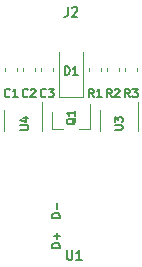
<source format=gto>
G04 #@! TF.GenerationSoftware,KiCad,Pcbnew,5.1.4+dfsg1-1*
G04 #@! TF.CreationDate,2020-04-01T11:30:31+02:00*
G04 #@! TF.ProjectId,nrfmicro,6e72666d-6963-4726-9f2e-6b696361645f,rev?*
G04 #@! TF.SameCoordinates,Original*
G04 #@! TF.FileFunction,Legend,Top*
G04 #@! TF.FilePolarity,Positive*
%FSLAX46Y46*%
G04 Gerber Fmt 4.6, Leading zero omitted, Abs format (unit mm)*
G04 Created by KiCad (PCBNEW 5.1.4+dfsg1-1) date 2020-04-01 11:30:31*
%MOMM*%
%LPD*%
G04 APERTURE LIST*
%ADD10C,0.120000*%
%ADD11C,0.150000*%
G04 APERTURE END LIST*
D10*
X102280000Y-117087779D02*
X102280000Y-116762221D01*
X101260000Y-117087779D02*
X101260000Y-116762221D01*
X100756000Y-117087779D02*
X100756000Y-116762221D01*
X99736000Y-117087779D02*
X99736000Y-116762221D01*
X98211500Y-116762221D02*
X98211500Y-117087779D01*
X99231500Y-116762221D02*
X99231500Y-117087779D01*
X106344000Y-116762221D02*
X106344000Y-117087779D01*
X105324000Y-116762221D02*
X105324000Y-117087779D01*
X108372000Y-116762221D02*
X108372000Y-117087779D01*
X109392000Y-116762221D02*
X109392000Y-117087779D01*
X107868000Y-116762221D02*
X107868000Y-117087779D01*
X106848000Y-116762221D02*
X106848000Y-117087779D01*
X102222000Y-122003000D02*
X103152000Y-122003000D01*
X105382000Y-122003000D02*
X104452000Y-122003000D01*
X105382000Y-122003000D02*
X105382000Y-119843000D01*
X102222000Y-122003000D02*
X102222000Y-120543000D01*
X102802000Y-119255000D02*
X104802000Y-119255000D01*
X104802000Y-119255000D02*
X104802000Y-115405000D01*
X102802000Y-119255000D02*
X102802000Y-115405000D01*
X109476000Y-122143000D02*
X109476000Y-119693000D01*
X106256000Y-120343000D02*
X106256000Y-122143000D01*
X98127500Y-120343000D02*
X98127500Y-122143000D01*
X101347500Y-122143000D02*
X101347500Y-119693000D01*
D11*
X102848199Y-129479441D02*
X102148199Y-129479441D01*
X102148199Y-129312775D01*
X102181533Y-129212775D01*
X102248199Y-129146108D01*
X102314866Y-129112775D01*
X102448199Y-129079441D01*
X102548199Y-129079441D01*
X102681533Y-129112775D01*
X102748199Y-129146108D01*
X102814866Y-129212775D01*
X102848199Y-129312775D01*
X102848199Y-129479441D01*
X102581533Y-128779441D02*
X102581533Y-128246108D01*
X102848199Y-132019441D02*
X102148199Y-132019441D01*
X102148199Y-131852775D01*
X102181533Y-131752775D01*
X102248199Y-131686108D01*
X102314866Y-131652775D01*
X102448199Y-131619441D01*
X102548199Y-131619441D01*
X102681533Y-131652775D01*
X102748199Y-131686108D01*
X102814866Y-131752775D01*
X102848199Y-131852775D01*
X102848199Y-132019441D01*
X102581533Y-131319441D02*
X102581533Y-130786108D01*
X102848199Y-131052775D02*
X102314866Y-131052775D01*
X103535333Y-111660904D02*
X103535333Y-112232333D01*
X103497238Y-112346619D01*
X103421047Y-112422809D01*
X103306761Y-112460904D01*
X103230571Y-112460904D01*
X103878190Y-111737095D02*
X103916285Y-111699000D01*
X103992476Y-111660904D01*
X104182952Y-111660904D01*
X104259142Y-111699000D01*
X104297238Y-111737095D01*
X104335333Y-111813285D01*
X104335333Y-111889476D01*
X104297238Y-112003761D01*
X103840095Y-112460904D01*
X104335333Y-112460904D01*
X101653333Y-119181775D02*
X101620000Y-119215108D01*
X101520000Y-119248441D01*
X101453333Y-119248441D01*
X101353333Y-119215108D01*
X101286666Y-119148441D01*
X101253333Y-119081775D01*
X101220000Y-118948441D01*
X101220000Y-118848441D01*
X101253333Y-118715108D01*
X101286666Y-118648441D01*
X101353333Y-118581775D01*
X101453333Y-118548441D01*
X101520000Y-118548441D01*
X101620000Y-118581775D01*
X101653333Y-118615108D01*
X101886666Y-118548441D02*
X102320000Y-118548441D01*
X102086666Y-118815108D01*
X102186666Y-118815108D01*
X102253333Y-118848441D01*
X102286666Y-118881775D01*
X102320000Y-118948441D01*
X102320000Y-119115108D01*
X102286666Y-119181775D01*
X102253333Y-119215108D01*
X102186666Y-119248441D01*
X101986666Y-119248441D01*
X101920000Y-119215108D01*
X101886666Y-119181775D01*
X100128866Y-119206775D02*
X100095533Y-119240108D01*
X99995533Y-119273441D01*
X99928866Y-119273441D01*
X99828866Y-119240108D01*
X99762199Y-119173441D01*
X99728866Y-119106775D01*
X99695533Y-118973441D01*
X99695533Y-118873441D01*
X99728866Y-118740108D01*
X99762199Y-118673441D01*
X99828866Y-118606775D01*
X99928866Y-118573441D01*
X99995533Y-118573441D01*
X100095533Y-118606775D01*
X100128866Y-118640108D01*
X100395533Y-118640108D02*
X100428866Y-118606775D01*
X100495533Y-118573441D01*
X100662199Y-118573441D01*
X100728866Y-118606775D01*
X100762199Y-118640108D01*
X100795533Y-118706775D01*
X100795533Y-118773441D01*
X100762199Y-118873441D01*
X100362199Y-119273441D01*
X100795533Y-119273441D01*
X98604366Y-119206775D02*
X98571033Y-119240108D01*
X98471033Y-119273441D01*
X98404366Y-119273441D01*
X98304366Y-119240108D01*
X98237699Y-119173441D01*
X98204366Y-119106775D01*
X98171033Y-118973441D01*
X98171033Y-118873441D01*
X98204366Y-118740108D01*
X98237699Y-118673441D01*
X98304366Y-118606775D01*
X98404366Y-118573441D01*
X98471033Y-118573441D01*
X98571033Y-118606775D01*
X98604366Y-118640108D01*
X99271033Y-119273441D02*
X98871033Y-119273441D01*
X99071033Y-119273441D02*
X99071033Y-118573441D01*
X99004366Y-118673441D01*
X98937699Y-118740108D01*
X98871033Y-118773441D01*
X103446009Y-132234679D02*
X103446009Y-132882298D01*
X103484104Y-132958489D01*
X103522199Y-132996584D01*
X103598390Y-133034679D01*
X103750771Y-133034679D01*
X103826961Y-132996584D01*
X103865056Y-132958489D01*
X103903152Y-132882298D01*
X103903152Y-132234679D01*
X104703152Y-133034679D02*
X104246009Y-133034679D01*
X104474580Y-133034679D02*
X104474580Y-132234679D01*
X104398390Y-132348965D01*
X104322199Y-132425155D01*
X104246009Y-132463251D01*
X105716866Y-119273441D02*
X105483533Y-118940108D01*
X105316866Y-119273441D02*
X105316866Y-118573441D01*
X105583533Y-118573441D01*
X105650199Y-118606775D01*
X105683533Y-118640108D01*
X105716866Y-118706775D01*
X105716866Y-118806775D01*
X105683533Y-118873441D01*
X105650199Y-118906775D01*
X105583533Y-118940108D01*
X105316866Y-118940108D01*
X106383533Y-119273441D02*
X105983533Y-119273441D01*
X106183533Y-119273441D02*
X106183533Y-118573441D01*
X106116866Y-118673441D01*
X106050199Y-118740108D01*
X105983533Y-118773441D01*
X108764866Y-119273441D02*
X108531533Y-118940108D01*
X108364866Y-119273441D02*
X108364866Y-118573441D01*
X108631533Y-118573441D01*
X108698199Y-118606775D01*
X108731533Y-118640108D01*
X108764866Y-118706775D01*
X108764866Y-118806775D01*
X108731533Y-118873441D01*
X108698199Y-118906775D01*
X108631533Y-118940108D01*
X108364866Y-118940108D01*
X108998199Y-118573441D02*
X109431533Y-118573441D01*
X109198199Y-118840108D01*
X109298199Y-118840108D01*
X109364866Y-118873441D01*
X109398199Y-118906775D01*
X109431533Y-118973441D01*
X109431533Y-119140108D01*
X109398199Y-119206775D01*
X109364866Y-119240108D01*
X109298199Y-119273441D01*
X109098199Y-119273441D01*
X109031533Y-119240108D01*
X108998199Y-119206775D01*
X107240866Y-119273441D02*
X107007533Y-118940108D01*
X106840866Y-119273441D02*
X106840866Y-118573441D01*
X107107533Y-118573441D01*
X107174199Y-118606775D01*
X107207533Y-118640108D01*
X107240866Y-118706775D01*
X107240866Y-118806775D01*
X107207533Y-118873441D01*
X107174199Y-118906775D01*
X107107533Y-118940108D01*
X106840866Y-118940108D01*
X107507533Y-118640108D02*
X107540866Y-118606775D01*
X107607533Y-118573441D01*
X107774199Y-118573441D01*
X107840866Y-118606775D01*
X107874199Y-118640108D01*
X107907533Y-118706775D01*
X107907533Y-118773441D01*
X107874199Y-118873441D01*
X107474199Y-119273441D01*
X107907533Y-119273441D01*
X104184866Y-121055441D02*
X104151533Y-121122108D01*
X104084866Y-121188775D01*
X103984866Y-121288775D01*
X103951533Y-121355441D01*
X103951533Y-121422108D01*
X104118199Y-121388775D02*
X104084866Y-121455441D01*
X104018199Y-121522108D01*
X103884866Y-121555441D01*
X103651533Y-121555441D01*
X103518199Y-121522108D01*
X103451533Y-121455441D01*
X103418199Y-121388775D01*
X103418199Y-121255441D01*
X103451533Y-121188775D01*
X103518199Y-121122108D01*
X103651533Y-121088775D01*
X103884866Y-121088775D01*
X104018199Y-121122108D01*
X104084866Y-121188775D01*
X104118199Y-121255441D01*
X104118199Y-121388775D01*
X104118199Y-120422108D02*
X104118199Y-120822108D01*
X104118199Y-120622108D02*
X103418199Y-120622108D01*
X103518199Y-120688775D01*
X103584866Y-120755441D01*
X103618199Y-120822108D01*
X103285333Y-117371666D02*
X103285333Y-116671666D01*
X103452000Y-116671666D01*
X103552000Y-116705000D01*
X103618666Y-116771666D01*
X103652000Y-116838333D01*
X103685333Y-116971666D01*
X103685333Y-117071666D01*
X103652000Y-117205000D01*
X103618666Y-117271666D01*
X103552000Y-117338333D01*
X103452000Y-117371666D01*
X103285333Y-117371666D01*
X104352000Y-117371666D02*
X103952000Y-117371666D01*
X104152000Y-117371666D02*
X104152000Y-116671666D01*
X104085333Y-116771666D01*
X104018666Y-116838333D01*
X103952000Y-116871666D01*
X107482199Y-122030108D02*
X108048866Y-122030108D01*
X108115533Y-121996775D01*
X108148866Y-121963441D01*
X108182199Y-121896775D01*
X108182199Y-121763441D01*
X108148866Y-121696775D01*
X108115533Y-121663441D01*
X108048866Y-121630108D01*
X107482199Y-121630108D01*
X107482199Y-121363441D02*
X107482199Y-120930108D01*
X107748866Y-121163441D01*
X107748866Y-121063441D01*
X107782199Y-120996775D01*
X107815533Y-120963441D01*
X107882199Y-120930108D01*
X108048866Y-120930108D01*
X108115533Y-120963441D01*
X108148866Y-120996775D01*
X108182199Y-121063441D01*
X108182199Y-121263441D01*
X108148866Y-121330108D01*
X108115533Y-121363441D01*
X99481166Y-122030108D02*
X100047833Y-122030108D01*
X100114500Y-121996775D01*
X100147833Y-121963441D01*
X100181166Y-121896775D01*
X100181166Y-121763441D01*
X100147833Y-121696775D01*
X100114500Y-121663441D01*
X100047833Y-121630108D01*
X99481166Y-121630108D01*
X99714500Y-120996775D02*
X100181166Y-120996775D01*
X99447833Y-121163441D02*
X99947833Y-121330108D01*
X99947833Y-120896775D01*
M02*

</source>
